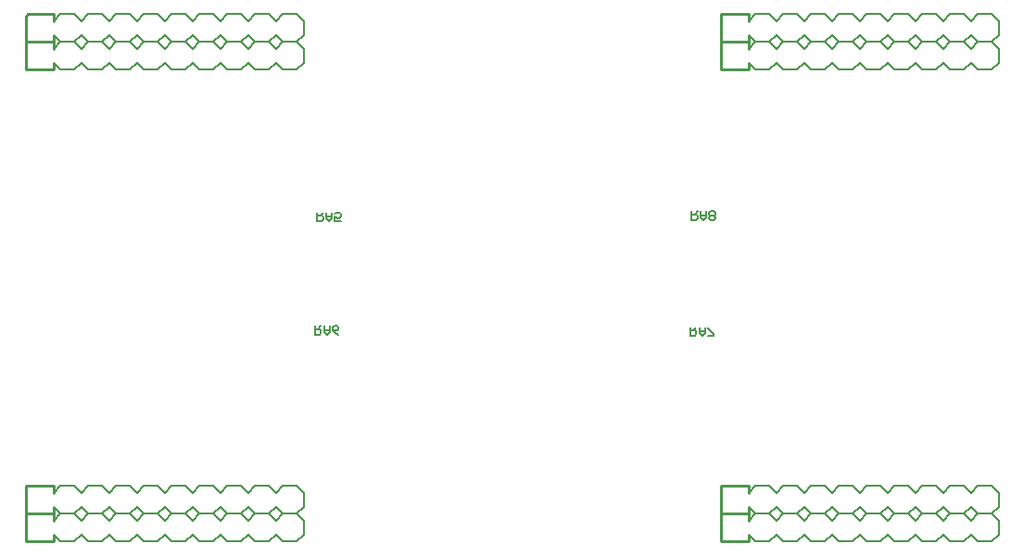
<source format=gbo>
G04 Layer_Color=32896*
%FSLAX44Y44*%
%MOMM*%
G71*
G01*
G75*
%ADD25C,0.2000*%
%ADD38C,0.2032*%
%ADD39C,0.2286*%
D25*
X322000Y352000D02*
Y344003D01*
X325999D01*
X327332Y345336D01*
Y348001D01*
X325999Y349334D01*
X322000D01*
X324666D02*
X327332Y352000D01*
X329997D02*
Y346668D01*
X332663Y344003D01*
X335329Y346668D01*
Y352000D01*
Y348001D01*
X329997D01*
X343326Y344003D02*
X337995D01*
Y348001D01*
X340661Y346668D01*
X341994D01*
X343326Y348001D01*
Y350667D01*
X341994Y352000D01*
X339328D01*
X337995Y350667D01*
X320000Y248000D02*
Y240003D01*
X323999D01*
X325332Y241336D01*
Y244001D01*
X323999Y245334D01*
X320000D01*
X322666D02*
X325332Y248000D01*
X327997D02*
Y242668D01*
X330663Y240003D01*
X333329Y242668D01*
Y248000D01*
Y244001D01*
X327997D01*
X341326Y240003D02*
X338661Y241336D01*
X335995Y244001D01*
Y246667D01*
X337328Y248000D01*
X339994D01*
X341326Y246667D01*
Y245334D01*
X339994Y244001D01*
X335995D01*
X663000Y247000D02*
Y239003D01*
X666999D01*
X668332Y240336D01*
Y243001D01*
X666999Y244334D01*
X663000D01*
X665666D02*
X668332Y247000D01*
X670997D02*
Y241668D01*
X673663Y239003D01*
X676329Y241668D01*
Y247000D01*
Y243001D01*
X670997D01*
X678995Y239003D02*
X684326D01*
Y240336D01*
X678995Y245667D01*
Y247000D01*
X664000Y353000D02*
Y345003D01*
X667999D01*
X669332Y346335D01*
Y349001D01*
X667999Y350334D01*
X664000D01*
X666666D02*
X669332Y353000D01*
X671997D02*
Y347668D01*
X674663Y345003D01*
X677329Y347668D01*
Y353000D01*
Y349001D01*
X671997D01*
X679995Y346335D02*
X681328Y345003D01*
X683994D01*
X685326Y346335D01*
Y347668D01*
X683994Y349001D01*
X685326Y350334D01*
Y351667D01*
X683994Y353000D01*
X681328D01*
X679995Y351667D01*
Y350334D01*
X681328Y349001D01*
X679995Y347668D01*
Y346335D01*
X681328Y349001D02*
X683994D01*
D38*
X849250Y76200D02*
X861950D01*
X868300Y82550D01*
X861950Y101600D02*
X868300Y95250D01*
X817500Y82550D02*
X823850Y76200D01*
X836550D01*
X842900Y82550D01*
X836550Y101600D02*
X842900Y95250D01*
X823850Y101600D02*
X836550D01*
X817500Y95250D02*
X823850Y101600D01*
X842900Y82550D02*
X849250Y76200D01*
X842900Y95250D02*
X849250Y101600D01*
X861950D01*
X773050Y76200D02*
X785750D01*
X792100Y82550D01*
X785750Y101600D02*
X792100Y95250D01*
Y82550D02*
X798450Y76200D01*
X811150D01*
X817500Y82550D01*
X811150Y101600D02*
X817500Y95250D01*
X798450Y101600D02*
X811150D01*
X792100Y95250D02*
X798450Y101600D01*
X741300Y82550D02*
X747650Y76200D01*
X760350D01*
X766700Y82550D01*
X760350Y101600D02*
X766700Y95250D01*
X747650Y101600D02*
X760350D01*
X741300Y95250D02*
X747650Y101600D01*
X766700Y82550D02*
X773050Y76200D01*
X766700Y95250D02*
X773050Y101600D01*
X785750D01*
X715900Y82550D02*
X722250Y76200D01*
X734950D01*
X741300Y82550D01*
X734950Y101600D02*
X741300Y95250D01*
X722250Y101600D02*
X734950D01*
X715900Y95250D02*
X722250Y101600D01*
X874650Y76200D02*
X887350D01*
X893700Y82550D01*
X887350Y101600D02*
X893700Y95250D01*
X868300Y82550D02*
X874650Y76200D01*
X868300Y95250D02*
X874650Y101600D01*
X887350D01*
X900050Y76200D02*
X912750D01*
X919100Y82550D01*
X912750Y101600D02*
X919100Y95250D01*
X893700Y82550D02*
X900050Y76200D01*
X893700Y95250D02*
X900050Y101600D01*
X912750D01*
X925450Y76200D02*
X938150D01*
X944500Y82550D01*
Y95250D01*
X938150Y101600D02*
X944500Y95250D01*
X919100Y82550D02*
X925450Y76200D01*
X919100Y95250D02*
X925450Y101600D01*
X938150D01*
X849250Y482600D02*
X861950D01*
X868300Y488950D01*
X861950Y508000D02*
X868300Y501650D01*
X817500Y488950D02*
X823850Y482600D01*
X836550D01*
X842900Y488950D01*
X836550Y508000D02*
X842900Y501650D01*
X823850Y508000D02*
X836550D01*
X817500Y501650D02*
X823850Y508000D01*
X842900Y488950D02*
X849250Y482600D01*
X842900Y501650D02*
X849250Y508000D01*
X861950D01*
X773050Y482600D02*
X785750D01*
X792100Y488950D01*
X785750Y508000D02*
X792100Y501650D01*
Y488950D02*
X798450Y482600D01*
X811150D01*
X817500Y488950D01*
X811150Y508000D02*
X817500Y501650D01*
X798450Y508000D02*
X811150D01*
X792100Y501650D02*
X798450Y508000D01*
X741300Y488950D02*
X747650Y482600D01*
X760350D01*
X766700Y488950D01*
X760350Y508000D02*
X766700Y501650D01*
X747650Y508000D02*
X760350D01*
X741300Y501650D02*
X747650Y508000D01*
X766700Y488950D02*
X773050Y482600D01*
X766700Y501650D02*
X773050Y508000D01*
X785750D01*
X715900Y488950D02*
X722250Y482600D01*
X734950D01*
X741300Y488950D01*
X734950Y508000D02*
X741300Y501650D01*
X722250Y508000D02*
X734950D01*
X715900Y501650D02*
X722250Y508000D01*
X874650Y482600D02*
X887350D01*
X893700Y488950D01*
X887350Y508000D02*
X893700Y501650D01*
X868300Y488950D02*
X874650Y482600D01*
X868300Y501650D02*
X874650Y508000D01*
X887350D01*
X900050Y482600D02*
X912750D01*
X919100Y488950D01*
X912750Y508000D02*
X919100Y501650D01*
X893700Y488950D02*
X900050Y482600D01*
X893700Y501650D02*
X900050Y508000D01*
X912750D01*
X925450Y482600D02*
X938150D01*
X944500Y488950D01*
Y501650D01*
X938150Y508000D02*
X944500Y501650D01*
X919100Y488950D02*
X925450Y482600D01*
X919100Y501650D02*
X925450Y508000D01*
X938150D01*
X849250Y50800D02*
X861950D01*
X868300Y57150D01*
X861950Y76200D02*
X868300Y69850D01*
X817500Y57150D02*
X823850Y50800D01*
X836550D01*
X842900Y57150D01*
X836550Y76200D02*
X842900Y69850D01*
X823850Y76200D02*
X836550D01*
X817500Y69850D02*
X823850Y76200D01*
X842900Y57150D02*
X849250Y50800D01*
X842900Y69850D02*
X849250Y76200D01*
X861950D01*
X773050Y50800D02*
X785750D01*
X792100Y57150D01*
X785750Y76200D02*
X792100Y69850D01*
Y57150D02*
X798450Y50800D01*
X811150D01*
X817500Y57150D01*
X811150Y76200D02*
X817500Y69850D01*
X798450Y76200D02*
X811150D01*
X792100Y69850D02*
X798450Y76200D01*
X741300Y57150D02*
X747650Y50800D01*
X760350D01*
X766700Y57150D01*
X760350Y76200D02*
X766700Y69850D01*
X747650Y76200D02*
X760350D01*
X741300Y69850D02*
X747650Y76200D01*
X766700Y57150D02*
X773050Y50800D01*
X766700Y69850D02*
X773050Y76200D01*
X785750D01*
X715900Y57150D02*
X722250Y50800D01*
X734950D01*
X741300Y57150D01*
X734950Y76200D02*
X741300Y69850D01*
X722250Y76200D02*
X734950D01*
X715900Y69850D02*
X722250Y76200D01*
X874650Y50800D02*
X887350D01*
X893700Y57150D01*
X887350Y76200D02*
X893700Y69850D01*
X868300Y57150D02*
X874650Y50800D01*
X868300Y69850D02*
X874650Y76200D01*
X887350D01*
X900050Y50800D02*
X912750D01*
X919100Y57150D01*
X912750Y76200D02*
X919100Y69850D01*
X893700Y57150D02*
X900050Y50800D01*
X893700Y69850D02*
X900050Y76200D01*
X912750D01*
X925450Y50800D02*
X938150D01*
X944500Y57150D01*
Y69850D01*
X938150Y76200D02*
X944500Y69850D01*
X919100Y57150D02*
X925450Y50800D01*
X919100Y69850D02*
X925450Y76200D01*
X938150D01*
X849250Y508000D02*
X861950D01*
X868300Y514350D01*
X861950Y533400D02*
X868300Y527050D01*
X817500Y514350D02*
X823850Y508000D01*
X836550D01*
X842900Y514350D01*
X836550Y533400D02*
X842900Y527050D01*
X823850Y533400D02*
X836550D01*
X817500Y527050D02*
X823850Y533400D01*
X842900Y514350D02*
X849250Y508000D01*
X842900Y527050D02*
X849250Y533400D01*
X861950D01*
X773050Y508000D02*
X785750D01*
X792100Y514350D01*
X785750Y533400D02*
X792100Y527050D01*
Y514350D02*
X798450Y508000D01*
X811150D01*
X817500Y514350D01*
X811150Y533400D02*
X817500Y527050D01*
X798450Y533400D02*
X811150D01*
X792100Y527050D02*
X798450Y533400D01*
X741300Y514350D02*
X747650Y508000D01*
X760350D01*
X766700Y514350D01*
X760350Y533400D02*
X766700Y527050D01*
X747650Y533400D02*
X760350D01*
X741300Y527050D02*
X747650Y533400D01*
X766700Y514350D02*
X773050Y508000D01*
X766700Y527050D02*
X773050Y533400D01*
X785750D01*
X715900Y514350D02*
X722250Y508000D01*
X734950D01*
X741300Y514350D01*
X734950Y533400D02*
X741300Y527050D01*
X722250Y533400D02*
X734950D01*
X715900Y527050D02*
X722250Y533400D01*
X874650Y508000D02*
X887350D01*
X893700Y514350D01*
X887350Y533400D02*
X893700Y527050D01*
X868300Y514350D02*
X874650Y508000D01*
X868300Y527050D02*
X874650Y533400D01*
X887350D01*
X900050Y508000D02*
X912750D01*
X919100Y514350D01*
X912750Y533400D02*
X919100Y527050D01*
X893700Y514350D02*
X900050Y508000D01*
X893700Y527050D02*
X900050Y533400D01*
X912750D01*
X925450Y508000D02*
X938150D01*
X944500Y514350D01*
Y527050D01*
X938150Y533400D02*
X944500Y527050D01*
X919100Y514350D02*
X925450Y508000D01*
X919100Y527050D02*
X925450Y533400D01*
X938150D01*
X214250Y76200D02*
X226950D01*
X233300Y82550D01*
X226950Y101600D02*
X233300Y95250D01*
X182500Y82550D02*
X188850Y76200D01*
X201550D01*
X207900Y82550D01*
X201550Y101600D02*
X207900Y95250D01*
X188850Y101600D02*
X201550D01*
X182500Y95250D02*
X188850Y101600D01*
X207900Y82550D02*
X214250Y76200D01*
X207900Y95250D02*
X214250Y101600D01*
X226950D01*
X138050Y76200D02*
X150750D01*
X157100Y82550D01*
X150750Y101600D02*
X157100Y95250D01*
Y82550D02*
X163450Y76200D01*
X176150D01*
X182500Y82550D01*
X176150Y101600D02*
X182500Y95250D01*
X163450Y101600D02*
X176150D01*
X157100Y95250D02*
X163450Y101600D01*
X106300Y82550D02*
X112650Y76200D01*
X125350D01*
X131700Y82550D01*
X125350Y101600D02*
X131700Y95250D01*
X112650Y101600D02*
X125350D01*
X106300Y95250D02*
X112650Y101600D01*
X131700Y82550D02*
X138050Y76200D01*
X131700Y95250D02*
X138050Y101600D01*
X150750D01*
X80900Y82550D02*
X87250Y76200D01*
X99950D01*
X106300Y82550D01*
X99950Y101600D02*
X106300Y95250D01*
X87250Y101600D02*
X99950D01*
X80900Y95250D02*
X87250Y101600D01*
X239650Y76200D02*
X252350D01*
X258700Y82550D01*
X252350Y101600D02*
X258700Y95250D01*
X233300Y82550D02*
X239650Y76200D01*
X233300Y95250D02*
X239650Y101600D01*
X252350D01*
X265050Y76200D02*
X277750D01*
X284100Y82550D01*
X277750Y101600D02*
X284100Y95250D01*
X258700Y82550D02*
X265050Y76200D01*
X258700Y95250D02*
X265050Y101600D01*
X277750D01*
X290450Y76200D02*
X303150D01*
X309500Y82550D01*
Y95250D01*
X303150Y101600D02*
X309500Y95250D01*
X284100Y82550D02*
X290450Y76200D01*
X284100Y95250D02*
X290450Y101600D01*
X303150D01*
X214250Y482600D02*
X226950D01*
X233300Y488950D01*
X226950Y508000D02*
X233300Y501650D01*
X182500Y488950D02*
X188850Y482600D01*
X201550D01*
X207900Y488950D01*
X201550Y508000D02*
X207900Y501650D01*
X188850Y508000D02*
X201550D01*
X182500Y501650D02*
X188850Y508000D01*
X207900Y488950D02*
X214250Y482600D01*
X207900Y501650D02*
X214250Y508000D01*
X226950D01*
X138050Y482600D02*
X150750D01*
X157100Y488950D01*
X150750Y508000D02*
X157100Y501650D01*
Y488950D02*
X163450Y482600D01*
X176150D01*
X182500Y488950D01*
X176150Y508000D02*
X182500Y501650D01*
X163450Y508000D02*
X176150D01*
X157100Y501650D02*
X163450Y508000D01*
X106300Y488950D02*
X112650Y482600D01*
X125350D01*
X131700Y488950D01*
X125350Y508000D02*
X131700Y501650D01*
X112650Y508000D02*
X125350D01*
X106300Y501650D02*
X112650Y508000D01*
X131700Y488950D02*
X138050Y482600D01*
X131700Y501650D02*
X138050Y508000D01*
X150750D01*
X80900Y488950D02*
X87250Y482600D01*
X99950D01*
X106300Y488950D01*
X99950Y508000D02*
X106300Y501650D01*
X87250Y508000D02*
X99950D01*
X80900Y501650D02*
X87250Y508000D01*
X239650Y482600D02*
X252350D01*
X258700Y488950D01*
X252350Y508000D02*
X258700Y501650D01*
X233300Y488950D02*
X239650Y482600D01*
X233300Y501650D02*
X239650Y508000D01*
X252350D01*
X265050Y482600D02*
X277750D01*
X284100Y488950D01*
X277750Y508000D02*
X284100Y501650D01*
X258700Y488950D02*
X265050Y482600D01*
X258700Y501650D02*
X265050Y508000D01*
X277750D01*
X290450Y482600D02*
X303150D01*
X309500Y488950D01*
Y501650D01*
X303150Y508000D02*
X309500Y501650D01*
X284100Y488950D02*
X290450Y482600D01*
X284100Y501650D02*
X290450Y508000D01*
X303150D01*
X214250Y50800D02*
X226950D01*
X233300Y57150D01*
X226950Y76200D02*
X233300Y69850D01*
X182500Y57150D02*
X188850Y50800D01*
X201550D01*
X207900Y57150D01*
X201550Y76200D02*
X207900Y69850D01*
X188850Y76200D02*
X201550D01*
X182500Y69850D02*
X188850Y76200D01*
X207900Y57150D02*
X214250Y50800D01*
X207900Y69850D02*
X214250Y76200D01*
X226950D01*
X138050Y50800D02*
X150750D01*
X157100Y57150D01*
X150750Y76200D02*
X157100Y69850D01*
Y57150D02*
X163450Y50800D01*
X176150D01*
X182500Y57150D01*
X176150Y76200D02*
X182500Y69850D01*
X163450Y76200D02*
X176150D01*
X157100Y69850D02*
X163450Y76200D01*
X106300Y57150D02*
X112650Y50800D01*
X125350D01*
X131700Y57150D01*
X125350Y76200D02*
X131700Y69850D01*
X112650Y76200D02*
X125350D01*
X106300Y69850D02*
X112650Y76200D01*
X131700Y57150D02*
X138050Y50800D01*
X131700Y69850D02*
X138050Y76200D01*
X150750D01*
X80900Y57150D02*
X87250Y50800D01*
X99950D01*
X106300Y57150D01*
X99950Y76200D02*
X106300Y69850D01*
X87250Y76200D02*
X99950D01*
X80900Y69850D02*
X87250Y76200D01*
X239650Y50800D02*
X252350D01*
X258700Y57150D01*
X252350Y76200D02*
X258700Y69850D01*
X233300Y57150D02*
X239650Y50800D01*
X233300Y69850D02*
X239650Y76200D01*
X252350D01*
X265050Y50800D02*
X277750D01*
X284100Y57150D01*
X277750Y76200D02*
X284100Y69850D01*
X258700Y57150D02*
X265050Y50800D01*
X258700Y69850D02*
X265050Y76200D01*
X277750D01*
X290450Y50800D02*
X303150D01*
X309500Y57150D01*
Y69850D01*
X303150Y76200D02*
X309500Y69850D01*
X284100Y57150D02*
X290450Y50800D01*
X284100Y69850D02*
X290450Y76200D01*
X303150D01*
X214250Y508000D02*
X226950D01*
X233300Y514350D01*
X226950Y533400D02*
X233300Y527050D01*
X182500Y514350D02*
X188850Y508000D01*
X201550D01*
X207900Y514350D01*
X201550Y533400D02*
X207900Y527050D01*
X188850Y533400D02*
X201550D01*
X182500Y527050D02*
X188850Y533400D01*
X207900Y514350D02*
X214250Y508000D01*
X207900Y527050D02*
X214250Y533400D01*
X226950D01*
X138050Y508000D02*
X150750D01*
X157100Y514350D01*
X150750Y533400D02*
X157100Y527050D01*
Y514350D02*
X163450Y508000D01*
X176150D01*
X182500Y514350D01*
X176150Y533400D02*
X182500Y527050D01*
X163450Y533400D02*
X176150D01*
X157100Y527050D02*
X163450Y533400D01*
X106300Y514350D02*
X112650Y508000D01*
X125350D01*
X131700Y514350D01*
X125350Y533400D02*
X131700Y527050D01*
X112650Y533400D02*
X125350D01*
X106300Y527050D02*
X112650Y533400D01*
X131700Y514350D02*
X138050Y508000D01*
X131700Y527050D02*
X138050Y533400D01*
X150750D01*
X80900Y514350D02*
X87250Y508000D01*
X99950D01*
X106300Y514350D01*
X99950Y533400D02*
X106300Y527050D01*
X87250Y533400D02*
X99950D01*
X80900Y527050D02*
X87250Y533400D01*
X239650Y508000D02*
X252350D01*
X258700Y514350D01*
X252350Y533400D02*
X258700Y527050D01*
X233300Y514350D02*
X239650Y508000D01*
X233300Y527050D02*
X239650Y533400D01*
X252350D01*
X265050Y508000D02*
X277750D01*
X284100Y514350D01*
X277750Y533400D02*
X284100Y527050D01*
X258700Y514350D02*
X265050Y508000D01*
X258700Y527050D02*
X265050Y533400D01*
X277750D01*
X290450Y508000D02*
X303150D01*
X309500Y514350D01*
Y527050D01*
X303150Y533400D02*
X309500Y527050D01*
X284100Y514350D02*
X290450Y508000D01*
X284100Y527050D02*
X290450Y533400D01*
X303150D01*
D39*
X715900Y95250D02*
Y101600D01*
X690500D02*
X715900D01*
X690500Y76200D02*
Y101600D01*
Y76200D02*
X715900D01*
Y82550D01*
Y501650D02*
Y508000D01*
X690500D02*
X715900D01*
X690500Y482600D02*
Y508000D01*
Y482600D02*
X715900D01*
Y488950D01*
Y69850D02*
Y76200D01*
X690500D02*
X715900D01*
X690500Y50800D02*
Y76200D01*
Y50800D02*
X715900D01*
Y57150D01*
Y527050D02*
Y533400D01*
X690500D02*
X715900D01*
X690500Y508000D02*
Y533400D01*
Y508000D02*
X715900D01*
Y514350D01*
X80900Y95250D02*
Y101600D01*
X55500D02*
X80900D01*
X55500Y76200D02*
Y101600D01*
Y76200D02*
X80900D01*
Y82550D01*
Y501650D02*
Y508000D01*
X55500D02*
X80900D01*
Y482600D02*
Y488950D01*
Y69850D02*
Y76200D01*
X55500D02*
X80900D01*
X55500Y50800D02*
Y76200D01*
Y50800D02*
X80900D01*
Y57150D01*
Y527050D02*
Y533400D01*
X55500Y508000D02*
X80900D01*
Y514350D01*
X57800Y533400D02*
X80900D01*
X55500Y531100D02*
X57800Y533400D01*
X55500Y508000D02*
Y531100D01*
X55750Y482600D02*
X80900D01*
X55500Y482850D02*
X55750Y482600D01*
X55500Y482850D02*
Y508000D01*
M02*

</source>
